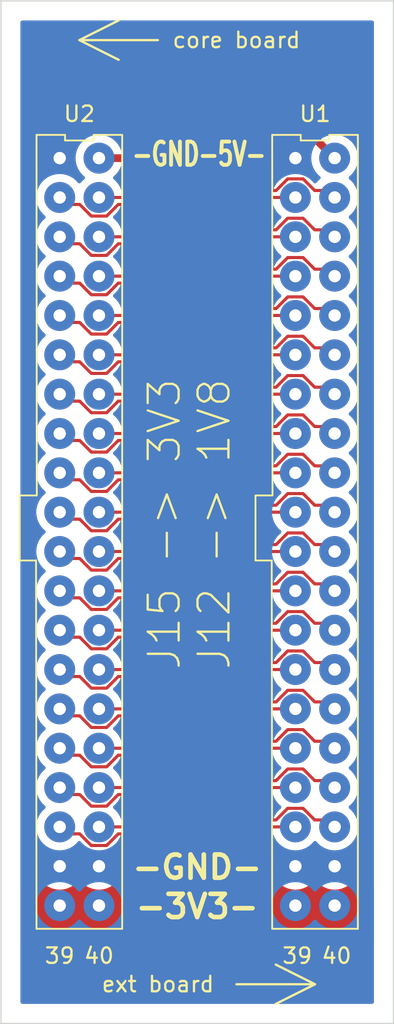
<source format=kicad_pcb>
(kicad_pcb (version 20211014) (generator pcbnew)
  (layers (0 "F.Cu" signal) (31 "B.Cu" signal) (34 "B.Paste" user) (35 "F.Paste" user) (36 "B.SilkS" user "B.Silkscreen") (37 "F.SilkS" user "F.Silkscreen") (38 "B.Mask" user) (39 "F.Mask" user) (44 "Edge.Cuts" user))
  (net 0 "")
  (net 1 "GND")
  (net 2 "+5V")
  (net 3 "/IO2_1N")
  (net 4 "/IO2_1P")
  (net 5 "/IO2_2N")
  (net 6 "/IO2_2P")
  (net 7 "/IO2_3N")
  (net 8 "/IO2_3P")
  (net 9 "/IO2_4N")
  (net 10 "/IO2_4P")
  (net 11 "/IO2_5N")
  (net 12 "/IO2_5P")
  (net 13 "/IO2_6N")
  (net 14 "/IO2_6P")
  (net 15 "/IO2_7N")
  (net 16 "/IO2_7P")
  (net 17 "/IO2_8N")
  (net 18 "/IO2_8P")
  (net 19 "/IO2_9N")
  (net 20 "/IO2_9P")
  (net 21 "/IO2_10N")
  (net 22 "/IO2_10P")
  (net 23 "/IO2_11N")
  (net 24 "/IO2_11P")
  (net 25 "/IO2_12N")
  (net 26 "/IO2_12P")
  (net 27 "/IO2_13N")
  (net 28 "/IO2_13P")
  (net 29 "/IO2_14N")
  (net 30 "/IO2_14P")
  (net 31 "/IO2_15N")
  (net 32 "/IO2_15P")
  (net 33 "/IO2_16N")
  (net 34 "/IO2_16P")
  (net 35 "/IO2_17N")
  (net 36 "/IO2_17P")
  (net 37 "+3V3")
  (footprint "Alinx:DIP-40_100" (layer "F.Cu") (at 128.6558 96.578 -90)
    (fp_text reference "U2" (at -26.982 0) (layer "F.SilkS"))
    (fp_text value "Alinx_J15")
    (fp_line (start 1.85 3.85) (end 1.85 2.8) (layer "F.SilkS") (width 0.12))
    (fp_line (start -25.63 2.769999) (end -2.35 2.75) (layer "F.SilkS") (width 0.12))
    (fp_line (start -25.63 0.923333) (end -25.63 2.769999) (layer "F.SilkS") (width 0.12))
    (fp_line (start -25.27 -0.923333) (end -25.27 0.923333) (layer "F.SilkS") (width 0.12))
    (fp_line (start -25.27 0.923333) (end -25.63 0.923333) (layer "F.SilkS") (width 0.12))
    (fp_line (start 25.63 -2.769999) (end -25.63 -2.77) (layer "F.SilkS") (width 0.12))
    (fp_line (start -2.35 3.85) (end 1.85 3.85) (layer "F.SilkS") (width 0.12))
    (fp_line (start -25.63 -0.923333) (end -25.27 -0.923333) (layer "F.SilkS") (width 0.12))
    (fp_line (start -25.63 -2.77) (end -25.63 -0.923333) (layer "F.SilkS") (width 0.12))
    (fp_line (start -2.35 2.75) (end -2.35 3.85) (layer "F.SilkS") (width 0.12))
    (fp_line (start 25.63 2.77) (end 25.63 -2.769999) (layer "F.SilkS") (width 0.12))
    (fp_line (start 1.85 2.8) (end 25.63 2.77) (layer "F.SilkS") (width 0.12))
    (pad "1" thru_hole rect (at -24.13 1.27 270) (size 2 2) (drill 0.8) (layers *.Cu *.Mask) (net 1 "GND"))
    (pad "2" thru_hole circle (at -24.13 -1.27 270) (size 2 2) (drill 0.8) (layers *.Cu *.Mask) (net 2 "+5V"))
    (pad "3" thru_hole circle (at -21.59 1.27 270) (size 2 2) (drill 0.8) (layers *.Cu *.Mask) (net 3 "/IO2_1N"))
    (pad "4" thru_hole circle (at -21.59 -1.27 270) (size 2 2) (drill 0.8) (layers *.Cu *.Mask) (net 4 "/IO2_1P"))
    (pad "5" thru_hole circle (at -19.05 1.27 270) (size 2 2) (drill 0.8) (layers *.Cu *.Mask) (net 5 "/IO2_2N"))
    (pad "6" thru_hole circle (at -19.05 -1.27 270) (size 2 2) (drill 0.8) (layers *.Cu *.Mask) (net 6 "/IO2_2P"))
    (pad "7" thru_hole circle (at -16.51 1.27 270) (size 2 2) (drill 0.8) (layers *.Cu *.Mask) (net 7 "/IO2_3N"))
    (pad "8" thru_hole circle (at -16.51 -1.27 270) (size 2 2) (drill 0.8) (layers *.Cu *.Mask) (net 8 "/IO2_3P"))
    (pad "9" thru_hole circle (at -13.97 1.27 270) (size 2 2) (drill 0.8) (layers *.Cu *.Mask) (net 9 "/IO2_4N"))
    (pad "10" thru_hole circle (at -13.97 -1.27 270) (size 2 2) (drill 0.8) (layers *.Cu *.Mask) (net 10 "/IO2_4P"))
    (pad "11" thru_hole circle (at -11.43 1.27 270) (size 2 2) (drill 0.8) (layers *.Cu *.Mask) (net 11 "/IO2_5N"))
    (pad "12" thru_hole circle (at -11.43 -1.27 270) (size 2 2) (drill 0.8) (layers *.Cu *.Mask) (net 12 "/IO2_5P"))
    (pad "13" thru_hole circle (at -8.89 1.27 270) (size 2 2) (drill 0.8) (layers *.Cu *.Mask) (net 13 "/IO2_6N"))
    (pad "14" thru_hole circle (at -8.89 -1.27 270) (size 2 2) (drill 0.8) (layers *.Cu *.Mask) (net 14 "/IO2_6P"))
    (pad "15" thru_hole circle (at -6.35 1.27 270) (size 2 2) (drill 0.8) (layers *.Cu *.Mask) (net 15 "/IO2_7N"))
    (pad "16" thru_hole circle (at -6.35 -1.27 270) (size 2 2) (drill 0.8) (layers *.Cu *.Mask) (net 16 "/IO2_7P"))
    (pad "17" thru_hole circle (at -3.81 1.27 270) (size 2 2) (drill 0.8) (layers *.Cu *.Mask) (net 17 "/IO2_8N"))
    (pad "18" thru_hole circle (at -3.81 -1.27 270) (size 2 2) (drill 0.8) (layers *.Cu *.Mask) (net 18 "/IO2_8P"))
    (pad "19" thru_hole circle (at -1.27 1.27 270) (size 2 2) (drill 0.8) (layers *.Cu *.Mask) (net 19 "/IO2_9N"))
    (pad "20" thru_hole circle (at -1.27 -1.27 270) (size 2 2) (drill 0.8) (layers *.Cu *.Mask) (net 20 "/IO2_9P"))
    (pad "21" thru_hole circle (at 1.27 1.27 270) (size 2 2) (drill 0.8) (layers *.Cu *.Mask) (net 21 "/IO2_10N"))
    (pad "22" thru_hole circle (at 1.27 -1.27 270) (size 2 2) (drill 0.8) (layers *.Cu *.Mask) (net 22 "/IO2_10P"))
    (pad "23" thru_hole circle (at 3.81 1.27 270) (size 2 2) (drill 0.8) (layers *.Cu *.Mask) (net 23 "/IO2_11N"))
    (pad "24" thru_hole circle (at 3.81 -1.27 270) (size 2 2) (drill 0.8) (layers *.Cu *.Mask) (net 24 "/IO2_11P"))
    (pad "25" thru_hole circle (at 6.35 1.27 270) (size 2 2) (drill 0.8) (layers *.Cu *.Mask) (net 25 "/IO2_12N"))
    (pad "26" thru_hole circle (at 6.35 -1.27 270) (size 2 2) (drill 0.8) (layers *.Cu *.Mask) (net 26 "/IO2_12P"))
    (pad "27" thru_hole circle (at 8.89 1.27 270) (size 2 2) (drill 0.8) (layers *.Cu *.Mask) (net 27 "/IO2_13N"))
    (pad "28" thru_hole circle (at 8.89 -1.27 270) (size 2 2) (drill 0.8) (layers *.Cu *.Mask) (net 28 "/IO2_13P"))
    (pad "29" thru_hole circle (at 11.43 1.27 270) (size 2 2) (drill 0.8) (layers *.Cu *.Mask) (net 29 "/IO2_14N"))
    (pad "30" thru_hole circle (at 11.43 -1.27 270) (size 2 2) (drill 0.8) (layers *.Cu *.Mask) (net 30 "/IO2_14P"))
    (pad "31" thru_hole circle (at 13.97 1.27 270) (size 2 2) (drill 0.8) (layers *.Cu *.Mask) (net 31 "/IO2_15N"))
    (pad "32" thru_hole circle (at 13.97 -1.27 270) (size 2 2) (drill 0.8) (layers *.Cu *.Mask) (net 32 "/IO2_15P"))
    (pad "33" thru_hole circle (at 16.51 1.27 270) (size 2 2) (drill 0.8) (layers *.Cu *.Mask) (net 33 "/IO2_16N"))
    (pad "34" thru_hole circle (at 16.51 -1.27 270) (size 2 2) (drill 0.8) (layers *.Cu *.Mask) (net 34 "/IO2_16P"))
    (pad "35" thru_hole circle (at 19.05 1.27 270) (size 2 2) (drill 0.8) (layers *.Cu *.Mask) (net 35 "/IO2_17N"))
    (pad "36" thru_hole circle (at 19.05 -1.27 270) (size 2 2) (drill 0.8) (layers *.Cu *.Mask) (net 36 "/IO2_17P"))
    (pad "37" thru_hole circle (at 21.59 1.27 270) (size 2 2) (drill 0.8) (layers *.Cu *.Mask) (net 1 "GND"))
    (pad "38" thru_hole circle (at 21.59 -1.27 270) (size 2 2) (drill 0.8) (layers *.Cu *.Mask) (net 1 "GND"))
    (pad "39" thru_hole circle (at 24.13 1.27 270) (size 2 2) (drill 0.8) (layers *.Cu *.Mask) (net 37 "+3V3"))
    (pad "40" thru_hole circle (at 24.13 -1.27 270) (size 2 2) (drill 0.8) (layers *.Cu *.Mask) (net 37 "+3V3"))
  )
  (footprint "Alinx:DIP-40_100" (layer "F.Cu") (at 143.8958 96.578 -90)
    (fp_text reference "U1" (at -26.982 0) (layer "F.SilkS"))
    (fp_text value "Alinx_J15")
    (fp_line (start -25.63 2.769999) (end -2.35 2.75) (layer "F.SilkS") (width 0.12))
    (fp_line (start -25.27 0.923333) (end -25.63 0.923333) (layer "F.SilkS") (width 0.12))
    (fp_line (start 25.63 -2.769999) (end -25.63 -2.77) (layer "F.SilkS") (width 0.12))
    (fp_line (start -25.63 -2.77) (end -25.63 -0.923333) (layer "F.SilkS") (width 0.12))
    (fp_line (start 1.85 3.85) (end 1.85 2.8) (layer "F.SilkS") (width 0.12))
    (fp_line (start -25.63 0.923333) (end -25.63 2.769999) (layer "F.SilkS") (width 0.12))
    (fp_line (start -25.63 -0.923333) (end -25.27 -0.923333) (layer "F.SilkS") (width 0.12))
    (fp_line (start 25.63 2.77) (end 25.63 -2.769999) (layer "F.SilkS") (width 0.12))
    (fp_line (start -2.35 3.85) (end 1.85 3.85) (layer "F.SilkS") (width 0.12))
    (fp_line (start 1.85 2.8) (end 25.63 2.77) (layer "F.SilkS") (width 0.12))
    (fp_line (start -25.27 -0.923333) (end -25.27 0.923333) (layer "F.SilkS") (width 0.12))
    (fp_line (start -2.35 2.75) (end -2.35 3.85) (layer "F.SilkS") (width 0.12))
    (pad "1" thru_hole rect (at -24.13 1.27 270) (size 2 2) (drill 0.8) (layers *.Cu *.Mask) (net 1 "GND"))
    (pad "2" thru_hole circle (at -24.13 -1.27 270) (size 2 2) (drill 0.8) (layers *.Cu *.Mask) (net 2 "+5V"))
    (pad "3" thru_hole circle (at -21.59 1.27 270) (size 2 2) (drill 0.8) (layers *.Cu *.Mask) (net 3 "/IO2_1N"))
    (pad "4" thru_hole circle (at -21.59 -1.27 270) (size 2 2) (drill 0.8) (layers *.Cu *.Mask) (net 4 "/IO2_1P"))
    (pad "5" thru_hole circle (at -19.05 1.27 270) (size 2 2) (drill 0.8) (layers *.Cu *.Mask) (net 5 "/IO2_2N"))
    (pad "6" thru_hole circle (at -19.05 -1.27 270) (size 2 2) (drill 0.8) (layers *.Cu *.Mask) (net 6 "/IO2_2P"))
    (pad "7" thru_hole circle (at -16.51 1.27 270) (size 2 2) (drill 0.8) (layers *.Cu *.Mask) (net 7 "/IO2_3N"))
    (pad "8" thru_hole circle (at -16.51 -1.27 270) (size 2 2) (drill 0.8) (layers *.Cu *.Mask) (net 8 "/IO2_3P"))
    (pad "9" thru_hole circle (at -13.97 1.27 270) (size 2 2) (drill 0.8) (layers *.Cu *.Mask) (net 9 "/IO2_4N"))
    (pad "10" thru_hole circle (at -13.97 -1.27 270) (size 2 2) (drill 0.8) (layers *.Cu *.Mask) (net 10 "/IO2_4P"))
    (pad "11" thru_hole circle (at -11.43 1.27 270) (size 2 2) (drill 0.8) (layers *.Cu *.Mask) (net 11 "/IO2_5N"))
    (pad "12" thru_hole circle (at -11.43 -1.27 270) (size 2 2) (drill 0.8) (layers *.Cu *.Mask) (net 12 "/IO2_5P"))
    (pad "13" thru_hole circle (at -8.89 1.27 270) (size 2 2) (drill 0.8) (layers *.Cu *.Mask) (net 13 "/IO2_6N"))
    (pad "14" thru_hole circle (at -8.89 -1.27 270) (size 2 2) (drill 0.8) (layers *.Cu *.Mask) (net 14 "/IO2_6P"))
    (pad "15" thru_hole circle (at -6.35 1.27 270) (size 2 2) (drill 0.8) (layers *.Cu *.Mask) (net 15 "/IO2_7N"))
    (pad "16" thru_hole circle (at -6.35 -1.27 270) (size 2 2) (drill 0.8) (layers *.Cu *.Mask) (net 16 "/IO2_7P"))
    (pad "17" thru_hole circle (at -3.81 1.27 270) (size 2 2) (drill 0.8) (layers *.Cu *.Mask) (net 17 "/IO2_8N"))
    (pad "18" thru_hole circle (at -3.81 -1.27 270) (size 2 2) (drill 0.8) (layers *.Cu *.Mask) (net 18 "/IO2_8P"))
    (pad "19" thru_hole circle (at -1.27 1.27 270) (size 2 2) (drill 0.8) (layers *.Cu *.Mask) (net 19 "/IO2_9N"))
    (pad "20" thru_hole circle (at -1.27 -1.27 270) (size 2 2) (drill 0.8) (layers *.Cu *.Mask) (net 20 "/IO2_9P"))
    (pad "21" thru_hole circle (at 1.27 1.27 270) (size 2 2) (drill 0.8) (layers *.Cu *.Mask) (net 21 "/IO2_10N"))
    (pad "22" thru_hole circle (at 1.27 -1.27 270) (size 2 2) (drill 0.8) (layers *.Cu *.Mask) (net 22 "/IO2_10P"))
    (pad "23" thru_hole circle (at 3.81 1.27 270) (size 2 2) (drill 0.8) (layers *.Cu *.Mask) (net 23 "/IO2_11N"))
    (pad "24" thru_hole circle (at 3.81 -1.27 270) (size 2 2) (drill 0.8) (layers *.Cu *.Mask) (net 24 "/IO2_11P"))
    (pad "25" thru_hole circle (at 6.35 1.27 270) (size 2 2) (drill 0.8) (layers *.Cu *.Mask) (net 25 "/IO2_12N"))
    (pad "26" thru_hole circle (at 6.35 -1.27 270) (size 2 2) (drill 0.8) (layers *.Cu *.Mask) (net 26 "/IO2_12P"))
    (pad "27" thru_hole circle (at 8.89 1.27 270) (size 2 2) (drill 0.8) (layers *.Cu *.Mask) (net 27 "/IO2_13N"))
    (pad "28" thru_hole circle (at 8.89 -1.27 270) (size 2 2) (drill 0.8) (layers *.Cu *.Mask) (net 28 "/IO2_13P"))
    (pad "29" thru_hole circle (at 11.43 1.27 270) (size 2 2) (drill 0.8) (layers *.Cu *.Mask) (net 29 "/IO2_14N"))
    (pad "30" thru_hole circle (at 11.43 -1.27 270) (size 2 2) (drill 0.8) (layers *.Cu *.Mask) (net 30 "/IO2_14P"))
    (pad "31" thru_hole circle (at 13.97 1.27 270) (size 2 2) (drill 0.8) (layers *.Cu *.Mask) (net 31 "/IO2_15N"))
    (pad "32" thru_hole circle (at 13.97 -1.27 270) (size 2 2) (drill 0.8) (layers *.Cu *.Mask) (net 32 "/IO2_15P"))
    (pad "33" thru_hole circle (at 16.51 1.27 270) (size 2 2) (drill 0.8) (layers *.Cu *.Mask) (net 33 "/IO2_16N"))
    (pad "34" thru_hole circle (at 16.51 -1.27 270) (size 2 2) (drill 0.8) (layers *.Cu *.Mask) (net 34 "/IO2_16P"))
    (pad "35" thru_hole circle (at 19.05 1.27 270) (size 2 2) (drill 0.8) (layers *.Cu *.Mask) (net 35 "/IO2_17N"))
    (pad "36" thru_hole circle (at 19.05 -1.27 270) (size 2 2) (drill 0.8) (layers *.Cu *.Mask) (net 36 "/IO2_17P"))
    (pad "37" thru_hole circle (at 21.59 1.27 270) (size 2 2) (drill 0.8) (layers *.Cu *.Mask) (net 1 "GND"))
    (pad "38" thru_hole circle (at 21.59 -1.27 270) (size 2 2) (drill 0.8) (layers *.Cu *.Mask) (net 1 "GND"))
    (pad "39" thru_hole circle (at 24.13 1.27 270) (size 2 2) (drill 0.8) (layers *.Cu *.Mask) (net 37 "+3V3"))
    (pad "40" thru_hole circle (at 24.13 -1.27 270) (size 2 2) (drill 0.8) (layers *.Cu *.Mask) (net 37 "+3V3"))
  )
  (gr_line (start 128.6558 64.828) (end 131.1958 66.098) (layer "F.SilkS") (width 0.15))
  (gr_line (start 143.8958 125.788) (end 138.8158 125.788) (layer "F.SilkS") (width 0.15))
  (gr_line (start 143.8958 125.788) (end 141.3558 124.518) (layer "F.SilkS") (width 0.15))
  (gr_line (start 143.8958 125.788) (end 141.3558 127.058) (layer "F.SilkS") (width 0.15))
  (gr_line (start 128.6558 64.828) (end 133.7358 64.828) (layer "F.SilkS") (width 0.15))
  (gr_line (start 128.6558 64.828) (end 131.1958 63.558) (layer "F.SilkS") (width 0.15))
  (gr_line (start 123.5758 128.328) (end 148.9758 128.328) (layer "Edge.Cuts") (width 0.1))
  (gr_line (start 123.5758 62.288) (end 123.5758 128.328) (layer "Edge.Cuts") (width 0.1))
  (gr_line (start 148.9758 62.288) (end 123.5758 62.288) (layer "Edge.Cuts") (width 0.1))
  (gr_line (start 148.9758 128.328) (end 148.9758 62.288) (layer "Edge.Cuts") (width 0.1))
  (gr_text "-GND-\n\n" (at 136.2758 119.438) (layer "F.SilkS") (effects (font (size 1.5 1.5) (thickness 0.3))))
  (gr_text "39" (at 127.3858 123.952) (layer "F.SilkS") (effects (font (size 1 1))))
  (gr_text "core board\n" (at 138.8158 64.828) (layer "F.SilkS") (effects (font (size 1 1))))
  (gr_text "39" (at 142.748 123.952) (layer "F.SilkS") (effects (font (size 1 1))))
  (gr_text "40\n" (at 129.9258 123.952) (layer "F.SilkS") (effects (font (size 1 1))))
  (gr_text "-3V3-\n\n" (at 136.2758 121.978) (layer "F.SilkS") (effects (font (size 1.5 1.5) (thickness 0.3))))
  (gr_text "J15 -> 3V3\nJ12 -> 1V8" (at 135.7678 96.07 90) (layer "F.SilkS") (effects (font (size 2 2))))
  (gr_text "-GND-5V-\n\n" (at 136.398 73.406) (layer "F.SilkS") (effects (font (size 1.5 1) (thickness 0.25))))
  (gr_text "40\n" (at 145.288 123.952) (layer "F.SilkS") (effects (font (size 1 1))))
  (gr_text "ext board\n" (at 133.7358 125.788) (layer "F.SilkS") (effects (font (size 1 1))))
  (segment (start 142.6258 69.908) (end 145.1658 72.448) (width 0.5) (layer "F.Cu") (net 2))
  (segment (start 129.9258 72.448) (end 132.4658 72.448) (width 0.5) (layer "F.Cu") (net 2))
  (segment (start 132.4658 72.448) (end 135.0058 69.908) (width 0.5) (layer "F.Cu") (net 2))
  (segment (start 135.0058 69.908) (end 142.6258 69.908) (width 0.5) (layer "F.Cu") (net 2))
  (segment (start 131.172857 75.438) (end 136.144 75.438) (width 0.2) (layer "F.Cu") (net 3))
  (segment (start 129.428743 76.188) (end 130.422857 76.188) (width 0.2) (layer "F.Cu") (net 3))
  (segment (start 130.422857 76.188) (end 131.172857 75.438) (width 0.2) (layer "F.Cu") (net 3))
  (segment (start 128.678743 75.438) (end 129.428743 76.188) (width 0.2) (layer "F.Cu") (net 3))
  (segment (start 136.594 74.988) (end 142.6258 74.988) (width 0.2) (layer "F.Cu") (net 3))
  (segment (start 127.3858 74.988) (end 127.8358 75.438) (width 0.2) (layer "F.Cu") (net 3))
  (segment (start 127.8358 75.438) (end 128.678743 75.438) (width 0.2) (layer "F.Cu") (net 3))
  (segment (start 136.144 75.438) (end 136.594 74.988) (width 0.2) (layer "F.Cu") (net 3))
  (segment (start 129.9258 74.988) (end 135.9576 74.988) (width 0.2) (layer "F.Cu") (net 4))
  (segment (start 143.122857 73.788) (end 143.872857 74.538) (width 0.2) (layer "F.Cu") (net 4))
  (segment (start 141.378743 74.538) (end 142.128743 73.788) (width 0.2) (layer "F.Cu") (net 4))
  (segment (start 142.128743 73.788) (end 143.122857 73.788) (width 0.2) (layer "F.Cu") (net 4))
  (segment (start 136.4076 74.538) (end 141.378743 74.538) (width 0.2) (layer "F.Cu") (net 4))
  (segment (start 144.7158 74.538) (end 145.1658 74.988) (width 0.2) (layer "F.Cu") (net 4))
  (segment (start 135.9576 74.988) (end 136.4076 74.538) (width 0.2) (layer "F.Cu") (net 4))
  (segment (start 143.872857 74.538) (end 144.7158 74.538) (width 0.2) (layer "F.Cu") (net 4))
  (segment (start 136.594 77.528) (end 142.6258 77.528) (width 0.2) (layer "F.Cu") (net 5))
  (segment (start 127.3858 77.528) (end 127.8358 77.978) (width 0.2) (layer "F.Cu") (net 5))
  (segment (start 130.422857 78.728) (end 131.172857 77.978) (width 0.2) (layer "F.Cu") (net 5))
  (segment (start 128.678743 77.978) (end 129.428743 78.728) (width 0.2) (layer "F.Cu") (net 5))
  (segment (start 136.144 77.978) (end 136.594 77.528) (width 0.2) (layer "F.Cu") (net 5))
  (segment (start 127.8358 77.978) (end 128.678743 77.978) (width 0.2) (layer "F.Cu") (net 5))
  (segment (start 129.428743 78.728) (end 130.422857 78.728) (width 0.2) (layer "F.Cu") (net 5))
  (segment (start 131.172857 77.978) (end 136.144 77.978) (width 0.2) (layer "F.Cu") (net 5))
  (segment (start 129.9258 77.528) (end 135.9576 77.528) (width 0.2) (layer "F.Cu") (net 6))
  (segment (start 136.4076 77.078) (end 141.378743 77.078) (width 0.2) (layer "F.Cu") (net 6))
  (segment (start 135.9576 77.528) (end 136.4076 77.078) (width 0.2) (layer "F.Cu") (net 6))
  (segment (start 144.7158 77.078) (end 145.1658 77.528) (width 0.2) (layer "F.Cu") (net 6))
  (segment (start 141.378743 77.078) (end 142.128743 76.328) (width 0.2) (layer "F.Cu") (net 6))
  (segment (start 142.128743 76.328) (end 143.122857 76.328) (width 0.2) (layer "F.Cu") (net 6))
  (segment (start 143.122857 76.328) (end 143.872857 77.078) (width 0.2) (layer "F.Cu") (net 6))
  (segment (start 143.872857 77.078) (end 144.7158 77.078) (width 0.2) (layer "F.Cu") (net 6))
  (segment (start 127.8358 80.518) (end 128.678743 80.518) (width 0.2) (layer "F.Cu") (net 7))
  (segment (start 136.144 80.518) (end 136.594 80.068) (width 0.2) (layer "F.Cu") (net 7))
  (segment (start 127.3858 80.068) (end 127.8358 80.518) (width 0.2) (layer "F.Cu") (net 7))
  (segment (start 136.594 80.068) (end 142.6258 80.068) (width 0.2) (layer "F.Cu") (net 7))
  (segment (start 131.172857 80.518) (end 136.144 80.518) (width 0.2) (layer "F.Cu") (net 7))
  (segment (start 130.422857 81.268) (end 131.172857 80.518) (width 0.2) (layer "F.Cu") (net 7))
  (segment (start 128.678743 80.518) (end 129.428743 81.268) (width 0.2) (layer "F.Cu") (net 7))
  (segment (start 129.428743 81.268) (end 130.422857 81.268) (width 0.2) (layer "F.Cu") (net 7))
  (segment (start 129.9258 80.068) (end 135.9576 80.068) (width 0.2) (layer "F.Cu") (net 8))
  (segment (start 144.7158 79.618) (end 145.1658 80.068) (width 0.2) (layer "F.Cu") (net 8))
  (segment (start 143.122857 78.868) (end 143.872857 79.618) (width 0.2) (layer "F.Cu") (net 8))
  (segment (start 143.872857 79.618) (end 144.7158 79.618) (width 0.2) (layer "F.Cu") (net 8))
  (segment (start 141.378743 79.618) (end 142.128743 78.868) (width 0.2) (layer "F.Cu") (net 8))
  (segment (start 142.128743 78.868) (end 143.122857 78.868) (width 0.2) (layer "F.Cu") (net 8))
  (segment (start 136.4076 79.618) (end 141.378743 79.618) (width 0.2) (layer "F.Cu") (net 8))
  (segment (start 135.9576 80.068) (end 136.4076 79.618) (width 0.2) (layer "F.Cu") (net 8))
  (segment (start 127.8358 83.058) (end 128.678743 83.058) (width 0.2) (layer "F.Cu") (net 9))
  (segment (start 128.678743 83.058) (end 129.428743 83.808) (width 0.2) (layer "F.Cu") (net 9))
  (segment (start 136.144 83.058) (end 136.594 82.608) (width 0.2) (layer "F.Cu") (net 9))
  (segment (start 129.428743 83.808) (end 130.422857 83.808) (width 0.2) (layer "F.Cu") (net 9))
  (segment (start 127.3858 82.608) (end 127.8358 83.058) (width 0.2) (layer "F.Cu") (net 9))
  (segment (start 131.172857 83.058) (end 136.144 83.058) (width 0.2) (layer "F.Cu") (net 9))
  (segment (start 130.422857 83.808) (end 131.172857 83.058) (width 0.2) (layer "F.Cu") (net 9))
  (segment (start 136.594 82.608) (end 142.6258 82.608) (width 0.2) (layer "F.Cu") (net 9))
  (segment (start 143.122857 81.408) (end 143.872857 82.158) (width 0.2) (layer "F.Cu") (net 10))
  (segment (start 129.9258 82.608) (end 135.9576 82.608) (width 0.2) (layer "F.Cu") (net 10))
  (segment (start 142.128743 81.408) (end 143.122857 81.408) (width 0.2) (layer "F.Cu") (net 10))
  (segment (start 135.9576 82.608) (end 136.4076 82.158) (width 0.2) (layer "F.Cu") (net 10))
  (segment (start 136.4076 82.158) (end 141.378743 82.158) (width 0.2) (layer "F.Cu") (net 10))
  (segment (start 144.7158 82.158) (end 145.1658 82.608) (width 0.2) (layer "F.Cu") (net 10))
  (segment (start 141.378743 82.158) (end 142.128743 81.408) (width 0.2) (layer "F.Cu") (net 10))
  (segment (start 143.872857 82.158) (end 144.7158 82.158) (width 0.2) (layer "F.Cu") (net 10))
  (segment (start 128.678743 85.598) (end 129.428743 86.348) (width 0.2) (layer "F.Cu") (net 11))
  (segment (start 127.8358 85.598) (end 128.678743 85.598) (width 0.2) (layer "F.Cu") (net 11))
  (segment (start 129.428743 86.348) (end 130.422857 86.348) (width 0.2) (layer "F.Cu") (net 11))
  (segment (start 127.3858 85.148) (end 127.8358 85.598) (width 0.2) (layer "F.Cu") (net 11))
  (segment (start 131.172857 85.598) (end 136.144 85.598) (width 0.2) (layer "F.Cu") (net 11))
  (segment (start 136.144 85.598) (end 136.594 85.148) (width 0.2) (layer "F.Cu") (net 11))
  (segment (start 136.594 85.148) (end 142.6258 85.148) (width 0.2) (layer "F.Cu") (net 11))
  (segment (start 130.422857 86.348) (end 131.172857 85.598) (width 0.2) (layer "F.Cu") (net 11))
  (segment (start 143.122857 83.948) (end 143.872857 84.698) (width 0.2) (layer "F.Cu") (net 12))
  (segment (start 144.7158 84.698) (end 145.1658 85.148) (width 0.2) (layer "F.Cu") (net 12))
  (segment (start 143.872857 84.698) (end 144.7158 84.698) (width 0.2) (layer "F.Cu") (net 12))
  (segment (start 142.128743 83.948) (end 143.122857 83.948) (width 0.2) (layer "F.Cu") (net 12))
  (segment (start 135.9576 85.148) (end 136.4076 84.698) (width 0.2) (layer "F.Cu") (net 12))
  (segment (start 129.9258 85.148) (end 135.9576 85.148) (width 0.2) (layer "F.Cu") (net 12))
  (segment (start 141.378743 84.698) (end 142.128743 83.948) (width 0.2) (layer "F.Cu") (net 12))
  (segment (start 136.4076 84.698) (end 141.378743 84.698) (width 0.2) (layer "F.Cu") (net 12))
  (segment (start 131.172857 88.138) (end 136.144 88.138) (width 0.2) (layer "F.Cu") (net 13))
  (segment (start 127.8358 88.138) (end 128.678743 88.138) (width 0.2) (layer "F.Cu") (net 13))
  (segment (start 129.428743 88.888) (end 130.422857 88.888) (width 0.2) (layer "F.Cu") (net 13))
  (segment (start 136.144 88.138) (end 136.594 87.688) (width 0.2) (layer "F.Cu") (net 13))
  (segment (start 127.3858 87.688) (end 127.8358 88.138) (width 0.2) (layer "F.Cu") (net 13))
  (segment (start 136.594 87.688) (end 142.6258 87.688) (width 0.2) (layer "F.Cu") (net 13))
  (segment (start 128.678743 88.138) (end 129.428743 88.888) (width 0.2) (layer "F.Cu") (net 13))
  (segment (start 130.422857 88.888) (end 131.172857 88.138) (width 0.2) (layer "F.Cu") (net 13))
  (segment (start 141.378743 87.238) (end 142.128743 86.488) (width 0.2) (layer "F.Cu") (net 14))
  (segment (start 143.122857 86.488) (end 143.872857 87.238) (width 0.2) (layer "F.Cu") (net 14))
  (segment (start 135.9576 87.688) (end 136.4076 87.238) (width 0.2) (layer "F.Cu") (net 14))
  (segment (start 143.872857 87.238) (end 144.7158 87.238) (width 0.2) (layer "F.Cu") (net 14))
  (segment (start 136.4076 87.238) (end 141.378743 87.238) (width 0.2) (layer "F.Cu") (net 14))
  (segment (start 142.128743 86.488) (end 143.122857 86.488) (width 0.2) (layer "F.Cu") (net 14))
  (segment (start 144.7158 87.238) (end 145.1658 87.688) (width 0.2) (layer "F.Cu") (net 14))
  (segment (start 129.9258 87.688) (end 135.9576 87.688) (width 0.2) (layer "F.Cu") (net 14))
  (segment (start 136.594 90.228) (end 142.6258 90.228) (width 0.2) (layer "F.Cu") (net 15))
  (segment (start 127.8358 90.678) (end 128.678743 90.678) (width 0.2) (layer "F.Cu") (net 15))
  (segment (start 129.428743 91.428) (end 130.422857 91.428) (width 0.2) (layer "F.Cu") (net 15))
  (segment (start 128.678743 90.678) (end 129.428743 91.428) (width 0.2) (layer "F.Cu") (net 15))
  (segment (start 127.3858 90.228) (end 127.8358 90.678) (width 0.2) (layer "F.Cu") (net 15))
  (segment (start 131.172857 90.678) (end 136.144 90.678) (width 0.2) (layer "F.Cu") (net 15))
  (segment (start 130.422857 91.428) (end 131.172857 90.678) (width 0.2) (layer "F.Cu") (net 15))
  (segment (start 136.144 90.678) (end 136.594 90.228) (width 0.2) (layer "F.Cu") (net 15))
  (segment (start 144.7158 89.778) (end 145.1658 90.228) (width 0.2) (layer "F.Cu") (net 16))
  (segment (start 143.122857 89.028) (end 143.872857 89.778) (width 0.2) (layer "F.Cu") (net 16))
  (segment (start 135.9576 90.228) (end 136.4076 89.778) (width 0.2) (layer "F.Cu") (net 16))
  (segment (start 142.128743 89.028) (end 143.122857 89.028) (width 0.2) (layer "F.Cu") (net 16))
  (segment (start 136.4076 89.778) (end 141.378743 89.778) (width 0.2) (layer "F.Cu") (net 16))
  (segment (start 141.378743 89.778) (end 142.128743 89.028) (width 0.2) (layer "F.Cu") (net 16))
  (segment (start 129.9258 90.228) (end 135.9576 90.228) (width 0.2) (layer "F.Cu") (net 16))
  (segment (start 143.872857 89.778) (end 144.7158 89.778) (width 0.2) (layer "F.Cu") (net 16))
  (segment (start 136.594 92.768) (end 142.6258 92.768) (width 0.2) (layer "F.Cu") (net 17))
  (segment (start 128.678743 93.218) (end 129.428743 93.968) (width 0.2) (layer "F.Cu") (net 17))
  (segment (start 127.3858 92.768) (end 127.8358 93.218) (width 0.2) (layer "F.Cu") (net 17))
  (segment (start 130.422857 93.968) (end 131.172857 93.218) (width 0.2) (layer "F.Cu") (net 17))
  (segment (start 131.172857 93.218) (end 136.144 93.218) (width 0.2) (layer "F.Cu") (net 17))
  (segment (start 127.8358 93.218) (end 128.678743 93.218) (width 0.2) (layer "F.Cu") (net 17))
  (segment (start 129.428743 93.968) (end 130.422857 93.968) (width 0.2) (layer "F.Cu") (net 17))
  (segment (start 136.144 93.218) (end 136.594 92.768) (width 0.2) (layer "F.Cu") (net 17))
  (segment (start 129.9258 92.768) (end 135.9576 92.768) (width 0.2) (layer "F.Cu") (net 18))
  (segment (start 144.7158 92.318) (end 145.1658 92.768) (width 0.2) (layer "F.Cu") (net 18))
  (segment (start 136.4076 92.318) (end 141.378743 92.318) (width 0.2) (layer "F.Cu") (net 18))
  (segment (start 142.128743 91.568) (end 143.122857 91.568) (width 0.2) (layer "F.Cu") (net 18))
  (segment (start 141.378743 92.318) (end 142.128743 91.568) (width 0.2) (layer "F.Cu") (net 18))
  (segment (start 135.9576 92.768) (end 136.4076 92.318) (width 0.2) (layer "F.Cu") (net 18))
  (segment (start 143.122857 91.568) (end 143.872857 92.318) (width 0.2) (layer "F.Cu") (net 18))
  (segment (start 143.872857 92.318) (end 144.7158 92.318) (width 0.2) (layer "F.Cu") (net 18))
  (segment (start 127.8358 95.758) (end 128.678743 95.758) (width 0.2) (layer "F.Cu") (net 19))
  (segment (start 129.428743 96.508) (end 130.422857 96.508) (width 0.2) (layer "F.Cu") (net 19))
  (segment (start 136.594 95.308) (end 142.6258 95.308) (width 0.2) (layer "F.Cu") (net 19))
  (segment (start 130.422857 96.508) (end 131.172857 95.758) (width 0.2) (layer "F.Cu") (net 19))
  (segment (start 128.678743 95.758) (end 129.428743 96.508) (width 0.2) (layer "F.Cu") (net 19))
  (segment (start 127.3858 95.308) (end 127.8358 95.758) (width 0.2) (layer "F.Cu") (net 19))
  (segment (start 136.144 95.758) (end 136.594 95.308) (width 0.2) (layer "F.Cu") (net 19))
  (segment (start 131.172857 95.758) (end 136.144 95.758) (width 0.2) (layer "F.Cu") (net 19))
  (segment (start 141.378743 94.858) (end 142.128743 94.108) (width 0.2) (layer "F.Cu") (net 20))
  (segment (start 144.7158 94.858) (end 145.1658 95.308) (width 0.2) (layer "F.Cu") (net 20))
  (segment (start 136.4076 94.858) (end 141.378743 94.858) (width 0.2) (layer "F.Cu") (net 20))
  (segment (start 143.122857 94.108) (end 143.872857 94.858) (width 0.2) (layer "F.Cu") (net 20))
  (segment (start 143.872857 94.858) (end 144.7158 94.858) (width 0.2) (layer "F.Cu") (net 20))
  (segment (start 129.9258 95.308) (end 135.9576 95.308) (width 0.2) (layer "F.Cu") (net 20))
  (segment (start 142.128743 94.108) (end 143.122857 94.108) (width 0.2) (layer "F.Cu") (net 20))
  (segment (start 135.9576 95.308) (end 136.4076 94.858) (width 0.2) (layer "F.Cu") (net 20))
  (segment (start 127.8358 98.298) (end 128.678743 98.298) (width 0.2) (layer "F.Cu") (net 21))
  (segment (start 127.3858 97.848) (end 127.8358 98.298) (width 0.2) (layer "F.Cu") (net 21))
  (segment (start 128.678743 98.298) (end 129.428743 99.048) (width 0.2) (layer "F.Cu") (net 21))
  (segment (start 136.594 97.848) (end 142.6258 97.848) (width 0.2) (layer "F.Cu") (net 21))
  (segment (start 136.144 98.298) (end 136.594 97.848) (width 0.2) (layer "F.Cu") (net 21))
  (segment (start 131.172857 98.298) (end 136.144 98.298) (width 0.2) (layer "F.Cu") (net 21))
  (segment (start 129.428743 99.048) (end 130.422857 99.048) (width 0.2) (layer "F.Cu") (net 21))
  (segment (start 130.422857 99.048) (end 131.172857 98.298) (width 0.2) (layer "F.Cu") (net 21))
  (segment (start 136.4076 97.398) (end 141.378743 97.398) (width 0.2) (layer "F.Cu") (net 22))
  (segment (start 135.9576 97.848) (end 136.4076 97.398) (width 0.2) (layer "F.Cu") (net 22))
  (segment (start 142.128743 96.648) (end 143.122857 96.648) (width 0.2) (layer "F.Cu") (net 22))
  (segment (start 129.9258 97.848) (end 135.9576 97.848) (width 0.2) (layer "F.Cu") (net 22))
  (segment (start 143.872857 97.398) (end 144.7158 97.398) (width 0.2) (layer "F.Cu") (net 22))
  (segment (start 144.7158 97.398) (end 145.1658 97.848) (width 0.2) (layer "F.Cu") (net 22))
  (segment (start 143.122857 96.648) (end 143.872857 97.398) (width 0.2) (layer "F.Cu") (net 22))
  (segment (start 141.378743 97.398) (end 142.128743 96.648) (width 0.2) (layer "F.Cu") (net 22))
  (segment (start 128.678743 100.838) (end 129.428743 101.588) (width 0.2) (layer "F.Cu") (net 23))
  (segment (start 131.172857 100.838) (end 136.144 100.838) (width 0.2) (layer "F.Cu") (net 23))
  (segment (start 127.8358 100.838) (end 128.678743 100.838) (width 0.2) (layer "F.Cu") (net 23))
  (segment (start 130.422857 101.588) (end 131.172857 100.838) (width 0.2) (layer "F.Cu") (net 23))
  (segment (start 127.3858 100.388) (end 127.8358 100.838) (width 0.2) (layer "F.Cu") (net 23))
  (segment (start 136.144 100.838) (end 136.594 100.388) (width 0.2) (layer "F.Cu") (net 23))
  (segment (start 136.594 100.388) (end 142.6258 100.388) (width 0.2) (layer "F.Cu") (net 23))
  (segment (start 129.428743 101.588) (end 130.422857 101.588) (width 0.2) (layer "F.Cu") (net 23))
  (segment (start 143.872857 99.938) (end 144.7158 99.938) (width 0.2) (layer "F.Cu") (net 24))
  (segment (start 136.4076 99.938) (end 141.378743 99.938) (width 0.2) (layer "F.Cu") (net 24))
  (segment (start 142.128743 99.188) (end 143.122857 99.188) (width 0.2) (layer "F.Cu") (net 24))
  (segment (start 135.9576 100.388) (end 136.4076 99.938) (width 0.2) (layer "F.Cu") (net 24))
  (segment (start 144.7158 99.938) (end 145.1658 100.388) (width 0.2) (layer "F.Cu") (net 24))
  (segment (start 129.9258 100.388) (end 135.9576 100.388) (width 0.2) (layer "F.Cu") (net 24))
  (segment (start 141.378743 99.938) (end 142.128743 99.188) (width 0.2) (layer "F.Cu") (net 24))
  (segment (start 143.122857 99.188) (end 143.872857 99.938) (width 0.2) (layer "F.Cu") (net 24))
  (segment (start 136.594 102.928) (end 142.6258 102.928) (width 0.2) (layer "F.Cu") (net 25))
  (segment (start 130.422857 104.128) (end 131.172857 103.378) (width 0.2) (layer "F.Cu") (net 25))
  (segment (start 127.3858 102.928) (end 127.8358 103.378) (width 0.2) (layer "F.Cu") (net 25))
  (segment (start 129.428743 104.128) (end 130.422857 104.128) (width 0.2) (layer "F.Cu") (net 25))
  (segment (start 128.678743 103.378) (end 129.428743 104.128) (width 0.2) (layer "F.Cu") (net 25))
  (segment (start 131.172857 103.378) (end 136.144 103.378) (width 0.2) (layer "F.Cu") (net 25))
  (segment (start 127.8358 103.378) (end 128.678743 103.378) (width 0.2) (layer "F.Cu") (net 25))
  (segment (start 136.144 103.378) (end 136.594 102.928) (width 0.2) (layer "F.Cu") (net 25))
  (segment (start 142.128743 101.728) (end 143.122857 101.728) (width 0.2) (layer "F.Cu") (net 26))
  (segment (start 129.9258 102.928) (end 135.9576 102.928) (width 0.2) (layer "F.Cu") (net 26))
  (segment (start 143.872857 102.478) (end 144.7158 102.478) (width 0.2) (layer "F.Cu") (net 26))
  (segment (start 143.122857 101.728) (end 143.872857 102.478) (width 0.2) (layer "F.Cu") (net 26))
  (segment (start 141.378743 102.478) (end 142.128743 101.728) (width 0.2) (layer "F.Cu") (net 26))
  (segment (start 136.4076 102.478) (end 141.378743 102.478) (width 0.2) (layer "F.Cu") (net 26))
  (segment (start 144.7158 102.478) (end 145.1658 102.928) (width 0.2) (layer "F.Cu") (net 26))
  (segment (start 135.9576 102.928) (end 136.4076 102.478) (width 0.2) (layer "F.Cu") (net 26))
  (segment (start 127.3858 105.468) (end 127.8358 105.918) (width 0.2) (layer "F.Cu") (net 27))
  (segment (start 129.428743 106.668) (end 130.422857 106.668) (width 0.2) (layer "F.Cu") (net 27))
  (segment (start 130.422857 106.668) (end 131.172857 105.918) (width 0.2) (layer "F.Cu") (net 27))
  (segment (start 136.144 105.918) (end 136.594 105.468) (width 0.2) (layer "F.Cu") (net 27))
  (segment (start 136.594 105.468) (end 142.6258 105.468) (width 0.2) (layer "F.Cu") (net 27))
  (segment (start 128.678743 105.918) (end 129.428743 106.668) (width 0.2) (layer "F.Cu") (net 27))
  (segment (start 127.8358 105.918) (end 128.678743 105.918) (width 0.2) (layer "F.Cu") (net 27))
  (segment (start 131.172857 105.918) (end 136.144 105.918) (width 0.2) (layer "F.Cu") (net 27))
  (segment (start 142.128743 104.268) (end 143.122857 104.268) (width 0.2) (layer "F.Cu") (net 28))
  (segment (start 135.9576 105.468) (end 136.4076 105.018) (width 0.2) (layer "F.Cu") (net 28))
  (segment (start 144.7158 105.018) (end 145.1658 105.468) (width 0.2) (layer "F.Cu") (net 28))
  (segment (start 136.4076 105.018) (end 141.378743 105.018) (width 0.2) (layer "F.Cu") (net 28))
  (segment (start 143.872857 105.018) (end 144.7158 105.018) (width 0.2) (layer "F.Cu") (net 28))
  (segment (start 141.378743 105.018) (end 142.128743 104.268) (width 0.2) (layer "F.Cu") (net 28))
  (segment (start 143.122857 104.268) (end 143.872857 105.018) (width 0.2) (layer "F.Cu") (net 28))
  (segment (start 129.9258 105.468) (end 135.9576 105.468) (width 0.2) (layer "F.Cu") (net 28))
  (segment (start 131.172857 108.458) (end 136.144 108.458) (width 0.2) (layer "F.Cu") (net 29))
  (segment (start 127.3858 108.008) (end 127.8358 108.458) (width 0.2) (layer "F.Cu") (net 29))
  (segment (start 128.678743 108.458) (end 129.428743 109.208) (width 0.2) (layer "F.Cu") (net 29))
  (segment (start 136.144 108.458) (end 136.594 108.008) (width 0.2) (layer "F.Cu") (net 29))
  (segment (start 136.594 108.008) (end 142.6258 108.008) (width 0.2) (layer "F.Cu") (net 29))
  (segment (start 130.422857 109.208) (end 131.172857 108.458) (width 0.2) (layer "F.Cu") (net 29))
  (segment (start 127.8358 108.458) (end 128.678743 108.458) (width 0.2) (layer "F.Cu") (net 29))
  (segment (start 129.428743 109.208) (end 130.422857 109.208) (width 0.2) (layer "F.Cu") (net 29))
  (segment (start 141.378743 107.558) (end 142.128743 106.808) (width 0.2) (layer "F.Cu") (net 30))
  (segment (start 129.9258 108.008) (end 135.9576 108.008) (width 0.2) (layer "F.Cu") (net 30))
  (segment (start 144.7158 107.558) (end 145.1658 108.008) (width 0.2) (layer "F.Cu") (net 30))
  (segment (start 142.128743 106.808) (end 143.122857 106.808) (width 0.2) (layer "F.Cu") (net 30))
  (segment (start 135.9576 108.008) (end 136.4076 107.558) (width 0.2) (layer "F.Cu") (net 30))
  (segment (start 143.872857 107.558) (end 144.7158 107.558) (width 0.2) (layer "F.Cu") (net 30))
  (segment (start 143.122857 106.808) (end 143.872857 107.558) (width 0.2) (layer "F.Cu") (net 30))
  (segment (start 136.4076 107.558) (end 141.378743 107.558) (width 0.2) (layer "F.Cu") (net 30))
  (segment (start 128.678743 110.998) (end 129.428743 111.748) (width 0.2) (layer "F.Cu") (net 31))
  (segment (start 131.172857 110.998) (end 136.144 110.998) (width 0.2) (layer "F.Cu") (net 31))
  (segment (start 130.422857 111.748) (end 131.172857 110.998) (width 0.2) (layer "F.Cu") (net 31))
  (segment (start 129.428743 111.748) (end 130.422857 111.748) (width 0.2) (layer "F.Cu") (net 31))
  (segment (start 127.8358 110.998) (end 128.678743 110.998) (width 0.2) (layer "F.Cu") (net 31))
  (segment (start 136.594 110.548) (end 142.6258 110.548) (width 0.2) (layer "F.Cu") (net 31))
  (segment (start 127.3858 110.548) (end 127.8358 110.998) (width 0.2) (layer "F.Cu") (net 31))
  (segment (start 136.144 110.998) (end 136.594 110.548) (width 0.2) (layer "F.Cu") (net 31))
  (segment (start 143.872857 110.098) (end 144.7158 110.098) (width 0.2) (layer "F.Cu") (net 32))
  (segment (start 141.378743 110.098) (end 142.128743 109.348) (width 0.2) (layer "F.Cu") (net 32))
  (segment (start 142.128743 109.348) (end 143.122857 109.348) (width 0.2) (layer "F.Cu") (net 32))
  (segment (start 129.9258 110.548) (end 135.9576 110.548) (width 0.2) (layer "F.Cu") (net 32))
  (segment (start 144.7158 110.098) (end 145.1658 110.548) (width 0.2) (layer "F.Cu") (net 32))
  (segment (start 135.9576 110.548) (end 136.4076 110.098) (width 0.2) (layer "F.Cu") (net 32))
  (segment (start 143.122857 109.348) (end 143.872857 110.098) (width 0.2) (layer "F.Cu") (net 32))
  (segment (start 136.4076 110.098) (end 141.378743 110.098) (width 0.2) (layer "F.Cu") (net 32))
  (segment (start 136.144 113.538) (end 136.594 113.088) (width 0.2) (layer "F.Cu") (net 33))
  (segment (start 136.594 113.088) (end 142.6258 113.088) (width 0.2) (layer "F.Cu") (net 33))
  (segment (start 131.172857 113.538) (end 136.144 113.538) (width 0.2) (layer "F.Cu") (net 33))
  (segment (start 130.422857 114.288) (end 131.172857 113.538) (width 0.2) (layer "F.Cu") (net 33))
  (segment (start 129.428743 114.288) (end 130.422857 114.288) (width 0.2) (layer "F.Cu") (net 33))
  (segment (start 127.3858 113.088) (end 127.8358 113.538) (width 0.2) (layer "F.Cu") (net 33))
  (segment (start 127.8358 113.538) (end 128.678743 113.538) (width 0.2) (layer "F.Cu") (net 33))
  (segment (start 128.678743 113.538) (end 129.428743 114.288) (width 0.2) (layer "F.Cu") (net 33))
  (segment (start 141.378743 112.638) (end 142.128743 111.888) (width 0.2) (layer "F.Cu") (net 34))
  (segment (start 129.9258 113.088) (end 135.9576 113.088) (width 0.2) (layer "F.Cu") (net 34))
  (segment (start 136.4076 112.638) (end 141.378743 112.638) (width 0.2) (layer "F.Cu") (net 34))
  (segment (start 135.9576 113.088) (end 136.4076 112.638) (width 0.2) (layer "F.Cu") (net 34))
  (segment (start 143.122857 111.888) (end 143.872857 112.638) (width 0.2) (layer "F.Cu") (net 34))
  (segment (start 143.872857 112.638) (end 144.7158 112.638) (width 0.2) (layer "F.Cu") (net 34))
  (segment (start 144.7158 112.638) (end 145.1658 113.088) (width 0.2) (layer "F.Cu") (net 34))
  (segment (start 142.128743 111.888) (end 143.122857 111.888) (width 0.2) (layer "F.Cu") (net 34))
  (segment (start 130.422857 116.828) (end 131.172857 116.078) (width 0.2) (layer "F.Cu") (net 35))
  (segment (start 131.172857 116.078) (end 136.144 116.078) (width 0.2) (layer "F.Cu") (net 35))
  (segment (start 127.8358 116.078) (end 128.678743 116.078) (width 0.2) (layer "F.Cu") (net 35))
  (segment (start 128.678743 116.078) (end 129.428743 116.828) (width 0.2) (layer "F.Cu") (net 35))
  (segment (start 129.428743 116.828) (end 130.422857 116.828) (width 0.2) (layer "F.Cu") (net 35))
  (segment (start 136.144 116.078) (end 136.594 115.628) (width 0.2) (layer "F.Cu") (net 35))
  (segment (start 136.594 115.628) (end 142.6258 115.628) (width 0.2) (layer "F.Cu") (net 35))
  (segment (start 127.3858 115.628) (end 127.8358 116.078) (width 0.2) (layer "F.Cu") (net 35))
  (segment (start 143.122857 114.428) (end 143.872857 115.178) (width 0.2) (layer "F.Cu") (net 36))
  (segment (start 129.9258 115.628) (end 135.9576 115.628) (width 0.2) (layer "F.Cu") (net 36))
  (segment (start 143.872857 115.178) (end 144.7158 115.178) (width 0.2) (layer "F.Cu") (net 36))
  (segment (start 141.378743 115.178) (end 142.128743 114.428) (width 0.2) (layer "F.Cu") (net 36))
  (segment (start 135.9576 115.628) (end 136.4076 115.178) (width 0.2) (layer "F.Cu") (net 36))
  (segment (start 142.128743 114.428) (end 143.122857 114.428) (width 0.2) (layer "F.Cu") (net 36))
  (segment (start 144.7158 115.178) (end 145.1658 115.628) (width 0.2) (layer "F.Cu") (net 36))
  (segment (start 136.4076 115.178) (end 141.378743 115.178) (width 0.2) (layer "F.Cu") (net 36))
  (zone (net 37) (net_name "+3V3") (layer "F.Cu") (connect_pads yes (clearance 0.508)) (min_thickness 0.254) (fill yes (thermal_gap 0.508) (thermal_bridge_width 0.508))
    (polygon (pts (xy 147.7058 123.248) (xy 124.8458 123.248) (xy 124.8458 119.438) (xy 147.7058 119.438)))
  )
  (zone (net 1) (net_name "GND") (layer "B.Cu") (connect_pads yes (clearance 0.508)) (min_thickness 0.254) (fill yes (thermal_gap 0.508) (thermal_bridge_width 0.508))
    (polygon (pts (xy 147.7058 127.058) (xy 124.8458 127.058) (xy 124.8458 63.558) (xy 147.7058 63.558)))
  )
)
</source>
